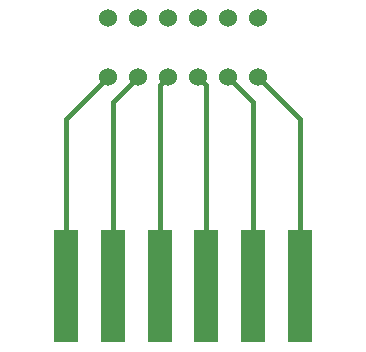
<source format=gtl>
G04 Layer: TopLayer*
G04 EasyEDA v6.5.34, 2023-08-08 23:12:56*
G04 417032f779d546a0bdf4f7a8fd0aa538,e87ba6ffdfb0417d91de07616a749205,10*
G04 Gerber Generator version 0.2*
G04 Scale: 100 percent, Rotated: No, Reflected: No *
G04 Dimensions in millimeters *
G04 leading zeros omitted , absolute positions ,4 integer and 5 decimal *
%FSLAX45Y45*%
%MOMM*%

%AMMACRO1*21,1,$1,$2,0,0,$3*%
%ADD10C,0.4000*%
%ADD11MACRO1,2X9.5X0.0000*%
%ADD12C,1.5240*%

%LPD*%
D10*
X-381000Y1299997D02*
G01*
X-594004Y1086993D01*
X-594004Y-475005D01*
X-127000Y1299997D02*
G01*
X-197993Y1229004D01*
X-197993Y-475005D01*
X127000Y1299997D02*
G01*
X197993Y1229004D01*
X197993Y-475005D01*
X381000Y1299997D02*
G01*
X594004Y1086993D01*
X594004Y-475005D01*
X635000Y1299997D02*
G01*
X989990Y945006D01*
X989990Y-475005D01*
X-635000Y1299997D02*
G01*
X-989990Y945006D01*
X-989990Y-475005D01*
D11*
G01*
X198000Y-475000D03*
G01*
X-197985Y-475000D03*
G01*
X-593996Y-475000D03*
G01*
X-989982Y-475000D03*
G01*
X594012Y-475000D03*
G01*
X989998Y-475000D03*
D12*
G01*
X-635000Y1799996D03*
G01*
X-381000Y1799996D03*
G01*
X-127000Y1799996D03*
G01*
X127000Y1799996D03*
G01*
X381000Y1799996D03*
G01*
X635000Y1799996D03*
G01*
X635000Y1299997D03*
G01*
X381000Y1299997D03*
G01*
X127000Y1299997D03*
G01*
X-127000Y1299997D03*
G01*
X-381000Y1299997D03*
G01*
X-635000Y1299997D03*
M02*

</source>
